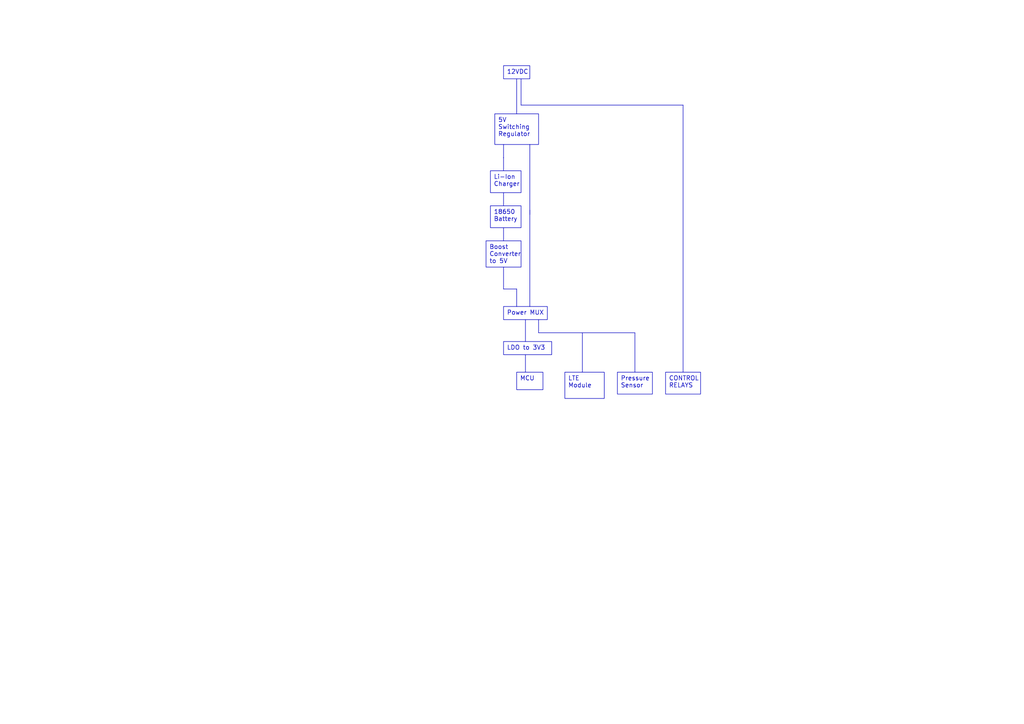
<source format=kicad_sch>
(kicad_sch
	(version 20250114)
	(generator "eeschema")
	(generator_version "9.0")
	(uuid "e0be0fc6-35a9-4dbe-8638-3e88dcb86763")
	(paper "A4")
	(lib_symbols)
	(text_box "MCU"
		(exclude_from_sim no)
		(at 149.86 107.95 0)
		(size 7.62 5.08)
		(margins 0.9525 0.9525 0.9525 0.9525)
		(stroke
			(width 0)
			(type solid)
		)
		(fill
			(type none)
		)
		(effects
			(font
				(size 1.27 1.27)
			)
			(justify left top)
		)
		(uuid "0dcfdc95-bae8-4d1f-b889-249cb0a93adf")
	)
	(text_box "18650 Battery"
		(exclude_from_sim no)
		(at 142.24 59.69 0)
		(size 8.89 6.35)
		(margins 0.9525 0.9525 0.9525 0.9525)
		(stroke
			(width 0)
			(type solid)
		)
		(fill
			(type none)
		)
		(effects
			(font
				(size 1.27 1.27)
			)
			(justify left top)
		)
		(uuid "22238834-7ca2-4066-a8c8-7809e201e5d8")
	)
	(text_box "Pressure Sensor"
		(exclude_from_sim no)
		(at 179.07 107.95 0)
		(size 10.16 6.35)
		(margins 0.9525 0.9525 0.9525 0.9525)
		(stroke
			(width 0)
			(type solid)
		)
		(fill
			(type none)
		)
		(effects
			(font
				(size 1.27 1.27)
			)
			(justify left top)
		)
		(uuid "24a36a52-82e0-4997-a30c-5533f9249095")
	)
	(text_box "Boost Converter to 5V"
		(exclude_from_sim no)
		(at 140.97 69.85 0)
		(size 10.16 7.62)
		(margins 0.9525 0.9525 0.9525 0.9525)
		(stroke
			(width 0)
			(type solid)
		)
		(fill
			(type none)
		)
		(effects
			(font
				(size 1.27 1.27)
			)
			(justify left top)
		)
		(uuid "4881baef-13f2-4d03-bf8c-fa59435e08b3")
	)
	(text_box "Li-Ion Charger"
		(exclude_from_sim no)
		(at 142.24 49.53 0)
		(size 8.89 6.35)
		(margins 0.9525 0.9525 0.9525 0.9525)
		(stroke
			(width 0)
			(type solid)
		)
		(fill
			(type none)
		)
		(effects
			(font
				(size 1.27 1.27)
			)
			(justify left top)
		)
		(uuid "5c202ea5-ad6a-44f5-be72-2f4827a099c8")
	)
	(text_box "CONTROL RELAYS\n"
		(exclude_from_sim no)
		(at 193.04 107.95 0)
		(size 10.16 6.35)
		(margins 0.9525 0.9525 0.9525 0.9525)
		(stroke
			(width 0)
			(type solid)
		)
		(fill
			(type none)
		)
		(effects
			(font
				(size 1.27 1.27)
			)
			(justify left top)
		)
		(uuid "66d45324-eb72-4123-a7cf-afbe32386e6c")
	)
	(text_box "Power MUX"
		(exclude_from_sim no)
		(at 146.05 88.9 0)
		(size 12.7 3.81)
		(margins 0.9525 0.9525 0.9525 0.9525)
		(stroke
			(width 0)
			(type solid)
		)
		(fill
			(type none)
		)
		(effects
			(font
				(size 1.27 1.27)
			)
			(justify left top)
		)
		(uuid "877256c4-a801-44c2-9d6a-8596a0ad9a2e")
	)
	(text_box "12VDC"
		(exclude_from_sim no)
		(at 146.05 19.05 0)
		(size 7.62 3.81)
		(margins 0.9525 0.9525 0.9525 0.9525)
		(stroke
			(width 0)
			(type solid)
		)
		(fill
			(type none)
		)
		(effects
			(font
				(size 1.27 1.27)
			)
			(justify left top)
		)
		(uuid "8df8e88e-7970-4b79-8cc8-dbe4350229d7")
	)
	(text_box "LDO to 3V3"
		(exclude_from_sim no)
		(at 146.05 99.06 0)
		(size 13.97 3.81)
		(margins 0.9525 0.9525 0.9525 0.9525)
		(stroke
			(width 0)
			(type solid)
		)
		(fill
			(type none)
		)
		(effects
			(font
				(size 1.27 1.27)
			)
			(justify left top)
		)
		(uuid "db35a26e-ddca-4438-9cc0-436119c5cfa3")
	)
	(text_box "LTE Module"
		(exclude_from_sim no)
		(at 163.83 107.95 0)
		(size 11.43 7.62)
		(margins 0.9525 0.9525 0.9525 0.9525)
		(stroke
			(width 0)
			(type solid)
		)
		(fill
			(type none)
		)
		(effects
			(font
				(size 1.27 1.27)
			)
			(justify left top)
		)
		(uuid "de478747-f189-4832-82c0-342aa9bf06e0")
	)
	(text_box "5V Switching Regulator"
		(exclude_from_sim no)
		(at 143.51 33.02 0)
		(size 12.7 8.89)
		(margins 0.9525 0.9525 0.9525 0.9525)
		(stroke
			(width 0)
			(type solid)
		)
		(fill
			(type none)
		)
		(effects
			(font
				(size 1.27 1.27)
			)
			(justify left top)
		)
		(uuid "e2f8e631-bb46-49ac-9ebe-dcb2255b5900")
	)
	(polyline
		(pts
			(xy 153.67 41.91) (xy 153.67 60.96)
		)
		(stroke
			(width 0)
			(type default)
		)
		(uuid "2224a47f-44d5-4060-99d1-7d244d3422b8")
	)
	(polyline
		(pts
			(xy 156.21 92.71) (xy 156.21 96.52)
		)
		(stroke
			(width 0)
			(type default)
		)
		(uuid "22379ff4-00b1-4b32-acd5-9cb78e86313f")
	)
	(polyline
		(pts
			(xy 151.13 22.86) (xy 151.13 30.48)
		)
		(stroke
			(width 0)
			(type default)
		)
		(uuid "59b8fb5d-5f95-4afe-99f9-c0c6cc97a5d4")
	)
	(polyline
		(pts
			(xy 184.15 96.52) (xy 184.15 107.95)
		)
		(stroke
			(width 0)
			(type default)
		)
		(uuid "5cce602e-3e99-4d2d-9b25-f4ebfdcead39")
	)
	(polyline
		(pts
			(xy 146.05 55.88) (xy 146.05 59.69)
		)
		(stroke
			(width 0)
			(type default)
		)
		(uuid "5ec4cf77-5439-4048-b09c-88213be78a8a")
	)
	(polyline
		(pts
			(xy 153.67 60.96) (xy 153.67 88.9)
		)
		(stroke
			(width 0)
			(type default)
		)
		(uuid "67510885-17b6-4b04-b8cc-c415de381ad9")
	)
	(polyline
		(pts
			(xy 168.91 96.52) (xy 168.91 107.95)
		)
		(stroke
			(width 0)
			(type default)
		)
		(uuid "79e710f6-840f-4223-98d6-1e35a33792fe")
	)
	(polyline
		(pts
			(xy 146.05 66.04) (xy 146.05 69.85)
		)
		(stroke
			(width 0)
			(type default)
		)
		(uuid "8f9e965a-f309-4c58-ae88-c7e20e0b5446")
	)
	(polyline
		(pts
			(xy 146.05 45.72) (xy 146.05 49.53)
		)
		(stroke
			(width 0)
			(type default)
		)
		(uuid "93b6fe43-9380-4747-ae45-6b8b6782ceb4")
	)
	(polyline
		(pts
			(xy 149.86 83.82) (xy 149.86 88.9)
		)
		(stroke
			(width 0)
			(type default)
		)
		(uuid "9c449de0-cbd4-42a9-be6d-92b807dff443")
	)
	(polyline
		(pts
			(xy 153.67 60.96) (xy 153.67 62.23)
		)
		(stroke
			(width 0)
			(type default)
		)
		(uuid "ac37a00f-f2c0-42c3-b3cc-8d33373c9e35")
	)
	(polyline
		(pts
			(xy 146.05 77.47) (xy 146.05 83.82)
		)
		(stroke
			(width 0)
			(type default)
		)
		(uuid "b8f7ea12-4a74-4a78-a855-4ae347f85f3e")
	)
	(polyline
		(pts
			(xy 149.86 22.86) (xy 149.86 33.02)
		)
		(stroke
			(width 0)
			(type default)
		)
		(uuid "ba1329aa-9c0f-4fe6-bc82-3d56452db3c2")
	)
	(polyline
		(pts
			(xy 168.91 96.52) (xy 184.15 96.52)
		)
		(stroke
			(width 0)
			(type default)
		)
		(uuid "c6db203b-4672-4ce9-883e-604dfe9cfcf7")
	)
	(polyline
		(pts
			(xy 146.05 83.82) (xy 149.86 83.82)
		)
		(stroke
			(width 0)
			(type default)
		)
		(uuid "c7166b45-e4aa-4fa4-a4c5-fa1f67d321be")
	)
	(polyline
		(pts
			(xy 152.4 102.87) (xy 152.4 107.95)
		)
		(stroke
			(width 0)
			(type default)
		)
		(uuid "e3b30078-8596-4725-b2d3-99e8ac413377")
	)
	(polyline
		(pts
			(xy 146.05 45.72) (xy 146.05 45.72)
		)
		(stroke
			(width 0)
			(type default)
		)
		(uuid "ea4f4987-2bf0-490f-a89d-a8b5785c0ee5")
	)
	(polyline
		(pts
			(xy 151.13 30.48) (xy 198.12 30.48)
		)
		(stroke
			(width 0)
			(type default)
		)
		(uuid "eae715ff-42d6-40ea-bd4f-8b5d51b96c30")
	)
	(polyline
		(pts
			(xy 198.12 30.48) (xy 198.12 107.95)
		)
		(stroke
			(width 0)
			(type default)
		)
		(uuid "eba23fd8-fa52-4260-a7f7-83217368a545")
	)
	(polyline
		(pts
			(xy 152.4 92.71) (xy 152.4 99.06)
		)
		(stroke
			(width 0)
			(type default)
		)
		(uuid "ec0aabe4-7d8b-488f-9c97-94b50700eb18")
	)
	(polyline
		(pts
			(xy 146.05 41.91) (xy 146.05 45.72)
		)
		(stroke
			(width 0)
			(type default)
		)
		(uuid "f3b22f92-46b3-405c-8eec-421109b459bd")
	)
	(polyline
		(pts
			(xy 156.21 96.52) (xy 168.91 96.52)
		)
		(stroke
			(width 0)
			(type default)
		)
		(uuid "f82cc43c-7266-45ea-b0af-884cad4d6dae")
	)
	(sheet_instances
		(path "/"
			(page "1")
		)
	)
	(embedded_fonts no)
)

</source>
